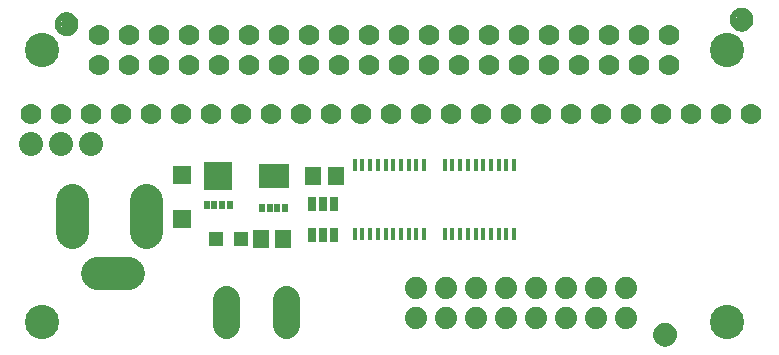
<source format=gbr>
G04 EAGLE Gerber RS-274X export*
G75*
%MOMM*%
%FSLAX34Y34*%
%LPD*%
%INSoldermask Top*%
%IPPOS*%
%AMOC8*
5,1,8,0,0,1.08239X$1,22.5*%
G01*
%ADD10C,2.901600*%
%ADD11C,1.778000*%
%ADD12C,1.101600*%
%ADD13C,0.500000*%
%ADD14R,0.651600X1.301600*%
%ADD15R,1.341600X1.601600*%
%ADD16R,0.521600X0.801600*%
%ADD17R,2.451600X2.351600*%
%ADD18R,0.501600X0.651600*%
%ADD19R,2.501600X2.101600*%
%ADD20C,2.286000*%
%ADD21R,0.406400X1.092200*%
%ADD22R,1.501600X1.501600*%
%ADD23R,1.301600X1.301600*%
%ADD24C,1.879600*%
%ADD25C,2.801600*%
%ADD26C,2.032000*%


D10*
X35000Y265000D03*
X615000Y265000D03*
X615000Y35000D03*
X35000Y35000D03*
D11*
X83700Y252300D03*
X83700Y277700D03*
X109100Y252300D03*
X109100Y277700D03*
X134500Y252300D03*
X134500Y277700D03*
X159900Y252300D03*
X159900Y277700D03*
X185300Y252300D03*
X185300Y277700D03*
X210700Y252300D03*
X210700Y277700D03*
X236100Y252300D03*
X236100Y277700D03*
X261500Y252300D03*
X261500Y277700D03*
X286900Y252300D03*
X286900Y277700D03*
X312300Y252300D03*
X312300Y277700D03*
X337700Y252300D03*
X337700Y277700D03*
X363100Y252300D03*
X363100Y277700D03*
X388500Y252300D03*
X388500Y277700D03*
X413900Y252300D03*
X413900Y277700D03*
X439300Y252300D03*
X439300Y277700D03*
X464700Y252300D03*
X464700Y277700D03*
X490100Y252300D03*
X490100Y277700D03*
X515500Y252300D03*
X515500Y277700D03*
X540900Y252300D03*
X540900Y277700D03*
X566300Y252300D03*
X566300Y277700D03*
X25400Y210820D03*
X50800Y210820D03*
X76200Y210820D03*
X101600Y210820D03*
X127000Y210820D03*
X152400Y210820D03*
X177800Y210820D03*
X203200Y210820D03*
X228600Y210820D03*
X254000Y210820D03*
X279400Y210820D03*
X304800Y210820D03*
X330200Y210820D03*
X355600Y210820D03*
X381000Y210820D03*
X406400Y210820D03*
X431800Y210820D03*
X457200Y210820D03*
X482600Y210820D03*
X508000Y210820D03*
X533400Y210820D03*
X558800Y210820D03*
X584200Y210820D03*
X609600Y210820D03*
X635000Y210820D03*
D12*
X562610Y24130D03*
D13*
X562610Y31630D02*
X562429Y31628D01*
X562248Y31621D01*
X562067Y31610D01*
X561886Y31595D01*
X561706Y31575D01*
X561526Y31551D01*
X561347Y31523D01*
X561169Y31490D01*
X560992Y31453D01*
X560815Y31412D01*
X560640Y31367D01*
X560465Y31317D01*
X560292Y31263D01*
X560121Y31205D01*
X559950Y31143D01*
X559782Y31076D01*
X559615Y31006D01*
X559449Y30932D01*
X559286Y30853D01*
X559125Y30771D01*
X558965Y30685D01*
X558808Y30595D01*
X558653Y30501D01*
X558500Y30404D01*
X558350Y30302D01*
X558202Y30198D01*
X558056Y30089D01*
X557914Y29978D01*
X557774Y29862D01*
X557637Y29744D01*
X557502Y29622D01*
X557371Y29497D01*
X557243Y29369D01*
X557118Y29238D01*
X556996Y29103D01*
X556878Y28966D01*
X556762Y28826D01*
X556651Y28684D01*
X556542Y28538D01*
X556438Y28390D01*
X556336Y28240D01*
X556239Y28087D01*
X556145Y27932D01*
X556055Y27775D01*
X555969Y27615D01*
X555887Y27454D01*
X555808Y27291D01*
X555734Y27125D01*
X555664Y26958D01*
X555597Y26790D01*
X555535Y26619D01*
X555477Y26448D01*
X555423Y26275D01*
X555373Y26100D01*
X555328Y25925D01*
X555287Y25748D01*
X555250Y25571D01*
X555217Y25393D01*
X555189Y25214D01*
X555165Y25034D01*
X555145Y24854D01*
X555130Y24673D01*
X555119Y24492D01*
X555112Y24311D01*
X555110Y24130D01*
X562610Y31630D02*
X562791Y31628D01*
X562972Y31621D01*
X563153Y31610D01*
X563334Y31595D01*
X563514Y31575D01*
X563694Y31551D01*
X563873Y31523D01*
X564051Y31490D01*
X564228Y31453D01*
X564405Y31412D01*
X564580Y31367D01*
X564755Y31317D01*
X564928Y31263D01*
X565099Y31205D01*
X565270Y31143D01*
X565438Y31076D01*
X565605Y31006D01*
X565771Y30932D01*
X565934Y30853D01*
X566095Y30771D01*
X566255Y30685D01*
X566412Y30595D01*
X566567Y30501D01*
X566720Y30404D01*
X566870Y30302D01*
X567018Y30198D01*
X567164Y30089D01*
X567306Y29978D01*
X567446Y29862D01*
X567583Y29744D01*
X567718Y29622D01*
X567849Y29497D01*
X567977Y29369D01*
X568102Y29238D01*
X568224Y29103D01*
X568342Y28966D01*
X568458Y28826D01*
X568569Y28684D01*
X568678Y28538D01*
X568782Y28390D01*
X568884Y28240D01*
X568981Y28087D01*
X569075Y27932D01*
X569165Y27775D01*
X569251Y27615D01*
X569333Y27454D01*
X569412Y27291D01*
X569486Y27125D01*
X569556Y26958D01*
X569623Y26790D01*
X569685Y26619D01*
X569743Y26448D01*
X569797Y26275D01*
X569847Y26100D01*
X569892Y25925D01*
X569933Y25748D01*
X569970Y25571D01*
X570003Y25393D01*
X570031Y25214D01*
X570055Y25034D01*
X570075Y24854D01*
X570090Y24673D01*
X570101Y24492D01*
X570108Y24311D01*
X570110Y24130D01*
X570108Y23949D01*
X570101Y23768D01*
X570090Y23587D01*
X570075Y23406D01*
X570055Y23226D01*
X570031Y23046D01*
X570003Y22867D01*
X569970Y22689D01*
X569933Y22512D01*
X569892Y22335D01*
X569847Y22160D01*
X569797Y21985D01*
X569743Y21812D01*
X569685Y21641D01*
X569623Y21470D01*
X569556Y21302D01*
X569486Y21135D01*
X569412Y20969D01*
X569333Y20806D01*
X569251Y20645D01*
X569165Y20485D01*
X569075Y20328D01*
X568981Y20173D01*
X568884Y20020D01*
X568782Y19870D01*
X568678Y19722D01*
X568569Y19576D01*
X568458Y19434D01*
X568342Y19294D01*
X568224Y19157D01*
X568102Y19022D01*
X567977Y18891D01*
X567849Y18763D01*
X567718Y18638D01*
X567583Y18516D01*
X567446Y18398D01*
X567306Y18282D01*
X567164Y18171D01*
X567018Y18062D01*
X566870Y17958D01*
X566720Y17856D01*
X566567Y17759D01*
X566412Y17665D01*
X566255Y17575D01*
X566095Y17489D01*
X565934Y17407D01*
X565771Y17328D01*
X565605Y17254D01*
X565438Y17184D01*
X565270Y17117D01*
X565099Y17055D01*
X564928Y16997D01*
X564755Y16943D01*
X564580Y16893D01*
X564405Y16848D01*
X564228Y16807D01*
X564051Y16770D01*
X563873Y16737D01*
X563694Y16709D01*
X563514Y16685D01*
X563334Y16665D01*
X563153Y16650D01*
X562972Y16639D01*
X562791Y16632D01*
X562610Y16630D01*
X562429Y16632D01*
X562248Y16639D01*
X562067Y16650D01*
X561886Y16665D01*
X561706Y16685D01*
X561526Y16709D01*
X561347Y16737D01*
X561169Y16770D01*
X560992Y16807D01*
X560815Y16848D01*
X560640Y16893D01*
X560465Y16943D01*
X560292Y16997D01*
X560121Y17055D01*
X559950Y17117D01*
X559782Y17184D01*
X559615Y17254D01*
X559449Y17328D01*
X559286Y17407D01*
X559125Y17489D01*
X558965Y17575D01*
X558808Y17665D01*
X558653Y17759D01*
X558500Y17856D01*
X558350Y17958D01*
X558202Y18062D01*
X558056Y18171D01*
X557914Y18282D01*
X557774Y18398D01*
X557637Y18516D01*
X557502Y18638D01*
X557371Y18763D01*
X557243Y18891D01*
X557118Y19022D01*
X556996Y19157D01*
X556878Y19294D01*
X556762Y19434D01*
X556651Y19576D01*
X556542Y19722D01*
X556438Y19870D01*
X556336Y20020D01*
X556239Y20173D01*
X556145Y20328D01*
X556055Y20485D01*
X555969Y20645D01*
X555887Y20806D01*
X555808Y20969D01*
X555734Y21135D01*
X555664Y21302D01*
X555597Y21470D01*
X555535Y21641D01*
X555477Y21812D01*
X555423Y21985D01*
X555373Y22160D01*
X555328Y22335D01*
X555287Y22512D01*
X555250Y22689D01*
X555217Y22867D01*
X555189Y23046D01*
X555165Y23226D01*
X555145Y23406D01*
X555130Y23587D01*
X555119Y23768D01*
X555112Y23949D01*
X555110Y24130D01*
D12*
X627380Y290830D03*
D13*
X627380Y298330D02*
X627199Y298328D01*
X627018Y298321D01*
X626837Y298310D01*
X626656Y298295D01*
X626476Y298275D01*
X626296Y298251D01*
X626117Y298223D01*
X625939Y298190D01*
X625762Y298153D01*
X625585Y298112D01*
X625410Y298067D01*
X625235Y298017D01*
X625062Y297963D01*
X624891Y297905D01*
X624720Y297843D01*
X624552Y297776D01*
X624385Y297706D01*
X624219Y297632D01*
X624056Y297553D01*
X623895Y297471D01*
X623735Y297385D01*
X623578Y297295D01*
X623423Y297201D01*
X623270Y297104D01*
X623120Y297002D01*
X622972Y296898D01*
X622826Y296789D01*
X622684Y296678D01*
X622544Y296562D01*
X622407Y296444D01*
X622272Y296322D01*
X622141Y296197D01*
X622013Y296069D01*
X621888Y295938D01*
X621766Y295803D01*
X621648Y295666D01*
X621532Y295526D01*
X621421Y295384D01*
X621312Y295238D01*
X621208Y295090D01*
X621106Y294940D01*
X621009Y294787D01*
X620915Y294632D01*
X620825Y294475D01*
X620739Y294315D01*
X620657Y294154D01*
X620578Y293991D01*
X620504Y293825D01*
X620434Y293658D01*
X620367Y293490D01*
X620305Y293319D01*
X620247Y293148D01*
X620193Y292975D01*
X620143Y292800D01*
X620098Y292625D01*
X620057Y292448D01*
X620020Y292271D01*
X619987Y292093D01*
X619959Y291914D01*
X619935Y291734D01*
X619915Y291554D01*
X619900Y291373D01*
X619889Y291192D01*
X619882Y291011D01*
X619880Y290830D01*
X627380Y298330D02*
X627561Y298328D01*
X627742Y298321D01*
X627923Y298310D01*
X628104Y298295D01*
X628284Y298275D01*
X628464Y298251D01*
X628643Y298223D01*
X628821Y298190D01*
X628998Y298153D01*
X629175Y298112D01*
X629350Y298067D01*
X629525Y298017D01*
X629698Y297963D01*
X629869Y297905D01*
X630040Y297843D01*
X630208Y297776D01*
X630375Y297706D01*
X630541Y297632D01*
X630704Y297553D01*
X630865Y297471D01*
X631025Y297385D01*
X631182Y297295D01*
X631337Y297201D01*
X631490Y297104D01*
X631640Y297002D01*
X631788Y296898D01*
X631934Y296789D01*
X632076Y296678D01*
X632216Y296562D01*
X632353Y296444D01*
X632488Y296322D01*
X632619Y296197D01*
X632747Y296069D01*
X632872Y295938D01*
X632994Y295803D01*
X633112Y295666D01*
X633228Y295526D01*
X633339Y295384D01*
X633448Y295238D01*
X633552Y295090D01*
X633654Y294940D01*
X633751Y294787D01*
X633845Y294632D01*
X633935Y294475D01*
X634021Y294315D01*
X634103Y294154D01*
X634182Y293991D01*
X634256Y293825D01*
X634326Y293658D01*
X634393Y293490D01*
X634455Y293319D01*
X634513Y293148D01*
X634567Y292975D01*
X634617Y292800D01*
X634662Y292625D01*
X634703Y292448D01*
X634740Y292271D01*
X634773Y292093D01*
X634801Y291914D01*
X634825Y291734D01*
X634845Y291554D01*
X634860Y291373D01*
X634871Y291192D01*
X634878Y291011D01*
X634880Y290830D01*
X634878Y290649D01*
X634871Y290468D01*
X634860Y290287D01*
X634845Y290106D01*
X634825Y289926D01*
X634801Y289746D01*
X634773Y289567D01*
X634740Y289389D01*
X634703Y289212D01*
X634662Y289035D01*
X634617Y288860D01*
X634567Y288685D01*
X634513Y288512D01*
X634455Y288341D01*
X634393Y288170D01*
X634326Y288002D01*
X634256Y287835D01*
X634182Y287669D01*
X634103Y287506D01*
X634021Y287345D01*
X633935Y287185D01*
X633845Y287028D01*
X633751Y286873D01*
X633654Y286720D01*
X633552Y286570D01*
X633448Y286422D01*
X633339Y286276D01*
X633228Y286134D01*
X633112Y285994D01*
X632994Y285857D01*
X632872Y285722D01*
X632747Y285591D01*
X632619Y285463D01*
X632488Y285338D01*
X632353Y285216D01*
X632216Y285098D01*
X632076Y284982D01*
X631934Y284871D01*
X631788Y284762D01*
X631640Y284658D01*
X631490Y284556D01*
X631337Y284459D01*
X631182Y284365D01*
X631025Y284275D01*
X630865Y284189D01*
X630704Y284107D01*
X630541Y284028D01*
X630375Y283954D01*
X630208Y283884D01*
X630040Y283817D01*
X629869Y283755D01*
X629698Y283697D01*
X629525Y283643D01*
X629350Y283593D01*
X629175Y283548D01*
X628998Y283507D01*
X628821Y283470D01*
X628643Y283437D01*
X628464Y283409D01*
X628284Y283385D01*
X628104Y283365D01*
X627923Y283350D01*
X627742Y283339D01*
X627561Y283332D01*
X627380Y283330D01*
X627199Y283332D01*
X627018Y283339D01*
X626837Y283350D01*
X626656Y283365D01*
X626476Y283385D01*
X626296Y283409D01*
X626117Y283437D01*
X625939Y283470D01*
X625762Y283507D01*
X625585Y283548D01*
X625410Y283593D01*
X625235Y283643D01*
X625062Y283697D01*
X624891Y283755D01*
X624720Y283817D01*
X624552Y283884D01*
X624385Y283954D01*
X624219Y284028D01*
X624056Y284107D01*
X623895Y284189D01*
X623735Y284275D01*
X623578Y284365D01*
X623423Y284459D01*
X623270Y284556D01*
X623120Y284658D01*
X622972Y284762D01*
X622826Y284871D01*
X622684Y284982D01*
X622544Y285098D01*
X622407Y285216D01*
X622272Y285338D01*
X622141Y285463D01*
X622013Y285591D01*
X621888Y285722D01*
X621766Y285857D01*
X621648Y285994D01*
X621532Y286134D01*
X621421Y286276D01*
X621312Y286422D01*
X621208Y286570D01*
X621106Y286720D01*
X621009Y286873D01*
X620915Y287028D01*
X620825Y287185D01*
X620739Y287345D01*
X620657Y287506D01*
X620578Y287669D01*
X620504Y287835D01*
X620434Y288002D01*
X620367Y288170D01*
X620305Y288341D01*
X620247Y288512D01*
X620193Y288685D01*
X620143Y288860D01*
X620098Y289035D01*
X620057Y289212D01*
X620020Y289389D01*
X619987Y289567D01*
X619959Y289746D01*
X619935Y289926D01*
X619915Y290106D01*
X619900Y290287D01*
X619889Y290468D01*
X619882Y290649D01*
X619880Y290830D01*
D14*
X282550Y134920D03*
X273050Y134920D03*
X263550Y134920D03*
X263550Y108920D03*
X282550Y108920D03*
X273050Y108920D03*
D15*
X264820Y158750D03*
X283820Y158750D03*
D16*
X180900Y134130D03*
X174400Y134130D03*
X187400Y134130D03*
X193900Y134130D03*
D17*
X184150Y158630D03*
D18*
X234390Y131090D03*
X240890Y131090D03*
X227890Y131090D03*
X221390Y131090D03*
D19*
X231140Y158640D03*
D20*
X241300Y54102D02*
X241300Y32258D01*
X190500Y32258D02*
X190500Y54102D01*
D21*
X358410Y167608D03*
X351910Y167608D03*
X345410Y167608D03*
X338910Y167608D03*
X332410Y167608D03*
X325910Y167608D03*
X319410Y167608D03*
X312910Y167608D03*
X306410Y167608D03*
X299910Y167608D03*
X299910Y109252D03*
X306410Y109252D03*
X312910Y109252D03*
X319410Y109252D03*
X325910Y109252D03*
X332410Y109252D03*
X338910Y109252D03*
X345410Y109252D03*
X351910Y109252D03*
X358410Y109252D03*
X434610Y167608D03*
X428110Y167608D03*
X421610Y167608D03*
X415110Y167608D03*
X408610Y167608D03*
X402110Y167608D03*
X395610Y167608D03*
X389110Y167608D03*
X382610Y167608D03*
X376110Y167608D03*
X376110Y109252D03*
X382610Y109252D03*
X389110Y109252D03*
X395610Y109252D03*
X402110Y109252D03*
X408610Y109252D03*
X415110Y109252D03*
X421610Y109252D03*
X428110Y109252D03*
X434610Y109252D03*
D22*
X153670Y159470D03*
X153670Y122470D03*
D23*
X203540Y105410D03*
X182540Y105410D03*
D15*
X220370Y105410D03*
X239370Y105410D03*
D24*
X529590Y63500D03*
X529590Y38100D03*
X504190Y63500D03*
X504190Y38100D03*
X478790Y63500D03*
X478790Y38100D03*
X453390Y63500D03*
X453390Y38100D03*
X427990Y63500D03*
X427990Y38100D03*
X402590Y63500D03*
X402590Y38100D03*
X377190Y63500D03*
X377190Y38100D03*
X351790Y63500D03*
X351790Y38100D03*
D12*
X55880Y287020D03*
D13*
X55880Y294520D02*
X55699Y294518D01*
X55518Y294511D01*
X55337Y294500D01*
X55156Y294485D01*
X54976Y294465D01*
X54796Y294441D01*
X54617Y294413D01*
X54439Y294380D01*
X54262Y294343D01*
X54085Y294302D01*
X53910Y294257D01*
X53735Y294207D01*
X53562Y294153D01*
X53391Y294095D01*
X53220Y294033D01*
X53052Y293966D01*
X52885Y293896D01*
X52719Y293822D01*
X52556Y293743D01*
X52395Y293661D01*
X52235Y293575D01*
X52078Y293485D01*
X51923Y293391D01*
X51770Y293294D01*
X51620Y293192D01*
X51472Y293088D01*
X51326Y292979D01*
X51184Y292868D01*
X51044Y292752D01*
X50907Y292634D01*
X50772Y292512D01*
X50641Y292387D01*
X50513Y292259D01*
X50388Y292128D01*
X50266Y291993D01*
X50148Y291856D01*
X50032Y291716D01*
X49921Y291574D01*
X49812Y291428D01*
X49708Y291280D01*
X49606Y291130D01*
X49509Y290977D01*
X49415Y290822D01*
X49325Y290665D01*
X49239Y290505D01*
X49157Y290344D01*
X49078Y290181D01*
X49004Y290015D01*
X48934Y289848D01*
X48867Y289680D01*
X48805Y289509D01*
X48747Y289338D01*
X48693Y289165D01*
X48643Y288990D01*
X48598Y288815D01*
X48557Y288638D01*
X48520Y288461D01*
X48487Y288283D01*
X48459Y288104D01*
X48435Y287924D01*
X48415Y287744D01*
X48400Y287563D01*
X48389Y287382D01*
X48382Y287201D01*
X48380Y287020D01*
X55880Y294520D02*
X56061Y294518D01*
X56242Y294511D01*
X56423Y294500D01*
X56604Y294485D01*
X56784Y294465D01*
X56964Y294441D01*
X57143Y294413D01*
X57321Y294380D01*
X57498Y294343D01*
X57675Y294302D01*
X57850Y294257D01*
X58025Y294207D01*
X58198Y294153D01*
X58369Y294095D01*
X58540Y294033D01*
X58708Y293966D01*
X58875Y293896D01*
X59041Y293822D01*
X59204Y293743D01*
X59365Y293661D01*
X59525Y293575D01*
X59682Y293485D01*
X59837Y293391D01*
X59990Y293294D01*
X60140Y293192D01*
X60288Y293088D01*
X60434Y292979D01*
X60576Y292868D01*
X60716Y292752D01*
X60853Y292634D01*
X60988Y292512D01*
X61119Y292387D01*
X61247Y292259D01*
X61372Y292128D01*
X61494Y291993D01*
X61612Y291856D01*
X61728Y291716D01*
X61839Y291574D01*
X61948Y291428D01*
X62052Y291280D01*
X62154Y291130D01*
X62251Y290977D01*
X62345Y290822D01*
X62435Y290665D01*
X62521Y290505D01*
X62603Y290344D01*
X62682Y290181D01*
X62756Y290015D01*
X62826Y289848D01*
X62893Y289680D01*
X62955Y289509D01*
X63013Y289338D01*
X63067Y289165D01*
X63117Y288990D01*
X63162Y288815D01*
X63203Y288638D01*
X63240Y288461D01*
X63273Y288283D01*
X63301Y288104D01*
X63325Y287924D01*
X63345Y287744D01*
X63360Y287563D01*
X63371Y287382D01*
X63378Y287201D01*
X63380Y287020D01*
X63378Y286839D01*
X63371Y286658D01*
X63360Y286477D01*
X63345Y286296D01*
X63325Y286116D01*
X63301Y285936D01*
X63273Y285757D01*
X63240Y285579D01*
X63203Y285402D01*
X63162Y285225D01*
X63117Y285050D01*
X63067Y284875D01*
X63013Y284702D01*
X62955Y284531D01*
X62893Y284360D01*
X62826Y284192D01*
X62756Y284025D01*
X62682Y283859D01*
X62603Y283696D01*
X62521Y283535D01*
X62435Y283375D01*
X62345Y283218D01*
X62251Y283063D01*
X62154Y282910D01*
X62052Y282760D01*
X61948Y282612D01*
X61839Y282466D01*
X61728Y282324D01*
X61612Y282184D01*
X61494Y282047D01*
X61372Y281912D01*
X61247Y281781D01*
X61119Y281653D01*
X60988Y281528D01*
X60853Y281406D01*
X60716Y281288D01*
X60576Y281172D01*
X60434Y281061D01*
X60288Y280952D01*
X60140Y280848D01*
X59990Y280746D01*
X59837Y280649D01*
X59682Y280555D01*
X59525Y280465D01*
X59365Y280379D01*
X59204Y280297D01*
X59041Y280218D01*
X58875Y280144D01*
X58708Y280074D01*
X58540Y280007D01*
X58369Y279945D01*
X58198Y279887D01*
X58025Y279833D01*
X57850Y279783D01*
X57675Y279738D01*
X57498Y279697D01*
X57321Y279660D01*
X57143Y279627D01*
X56964Y279599D01*
X56784Y279575D01*
X56604Y279555D01*
X56423Y279540D01*
X56242Y279529D01*
X56061Y279522D01*
X55880Y279520D01*
X55699Y279522D01*
X55518Y279529D01*
X55337Y279540D01*
X55156Y279555D01*
X54976Y279575D01*
X54796Y279599D01*
X54617Y279627D01*
X54439Y279660D01*
X54262Y279697D01*
X54085Y279738D01*
X53910Y279783D01*
X53735Y279833D01*
X53562Y279887D01*
X53391Y279945D01*
X53220Y280007D01*
X53052Y280074D01*
X52885Y280144D01*
X52719Y280218D01*
X52556Y280297D01*
X52395Y280379D01*
X52235Y280465D01*
X52078Y280555D01*
X51923Y280649D01*
X51770Y280746D01*
X51620Y280848D01*
X51472Y280952D01*
X51326Y281061D01*
X51184Y281172D01*
X51044Y281288D01*
X50907Y281406D01*
X50772Y281528D01*
X50641Y281653D01*
X50513Y281781D01*
X50388Y281912D01*
X50266Y282047D01*
X50148Y282184D01*
X50032Y282324D01*
X49921Y282466D01*
X49812Y282612D01*
X49708Y282760D01*
X49606Y282910D01*
X49509Y283063D01*
X49415Y283218D01*
X49325Y283375D01*
X49239Y283535D01*
X49157Y283696D01*
X49078Y283859D01*
X49004Y284025D01*
X48934Y284192D01*
X48867Y284360D01*
X48805Y284531D01*
X48747Y284702D01*
X48693Y284875D01*
X48643Y285050D01*
X48598Y285225D01*
X48557Y285402D01*
X48520Y285579D01*
X48487Y285757D01*
X48459Y285936D01*
X48435Y286116D01*
X48415Y286296D01*
X48400Y286477D01*
X48389Y286658D01*
X48382Y286839D01*
X48380Y287020D01*
D25*
X123300Y137960D02*
X123300Y110960D01*
X60800Y110960D02*
X60800Y137960D01*
X81300Y76460D02*
X108300Y76460D01*
D26*
X25400Y185420D03*
X50800Y185420D03*
X76200Y185420D03*
M02*

</source>
